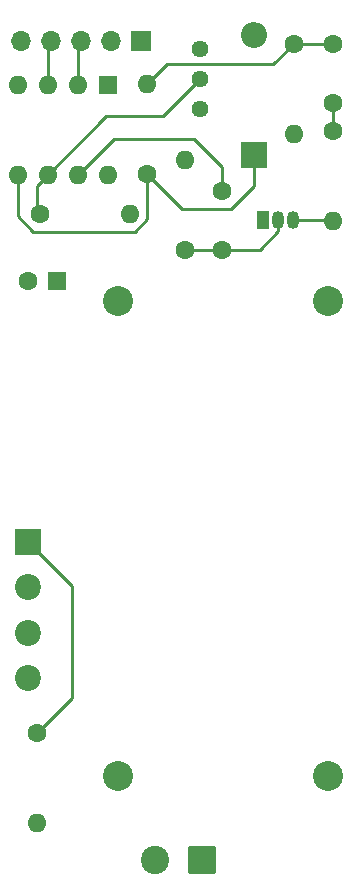
<source format=gtl>
%TF.GenerationSoftware,KiCad,Pcbnew,8.0.7-8.0.7-0~ubuntu22.04.1*%
%TF.CreationDate,2024-12-23T11:54:55+01:00*%
%TF.ProjectId,repeater_v2,72657065-6174-4657-925f-76322e6b6963,rev?*%
%TF.SameCoordinates,Original*%
%TF.FileFunction,Copper,L1,Top*%
%TF.FilePolarity,Positive*%
%FSLAX46Y46*%
G04 Gerber Fmt 4.6, Leading zero omitted, Abs format (unit mm)*
G04 Created by KiCad (PCBNEW 8.0.7-8.0.7-0~ubuntu22.04.1) date 2024-12-23 11:54:55*
%MOMM*%
%LPD*%
G01*
G04 APERTURE LIST*
G04 Aperture macros list*
%AMRoundRect*
0 Rectangle with rounded corners*
0 $1 Rounding radius*
0 $2 $3 $4 $5 $6 $7 $8 $9 X,Y pos of 4 corners*
0 Add a 4 corners polygon primitive as box body*
4,1,4,$2,$3,$4,$5,$6,$7,$8,$9,$2,$3,0*
0 Add four circle primitives for the rounded corners*
1,1,$1+$1,$2,$3*
1,1,$1+$1,$4,$5*
1,1,$1+$1,$6,$7*
1,1,$1+$1,$8,$9*
0 Add four rect primitives between the rounded corners*
20,1,$1+$1,$2,$3,$4,$5,0*
20,1,$1+$1,$4,$5,$6,$7,0*
20,1,$1+$1,$6,$7,$8,$9,0*
20,1,$1+$1,$8,$9,$2,$3,0*%
G04 Aperture macros list end*
%TA.AperFunction,ComponentPad*%
%ADD10C,1.600000*%
%TD*%
%TA.AperFunction,ComponentPad*%
%ADD11O,1.600000X1.600000*%
%TD*%
%TA.AperFunction,ComponentPad*%
%ADD12R,1.700000X1.700000*%
%TD*%
%TA.AperFunction,ComponentPad*%
%ADD13O,1.700000X1.700000*%
%TD*%
%TA.AperFunction,ComponentPad*%
%ADD14R,2.200000X2.200000*%
%TD*%
%TA.AperFunction,ComponentPad*%
%ADD15O,2.200000X2.200000*%
%TD*%
%TA.AperFunction,ComponentPad*%
%ADD16C,1.440000*%
%TD*%
%TA.AperFunction,ComponentPad*%
%ADD17R,1.050000X1.500000*%
%TD*%
%TA.AperFunction,ComponentPad*%
%ADD18O,1.050000X1.500000*%
%TD*%
%TA.AperFunction,ComponentPad*%
%ADD19R,1.600000X1.600000*%
%TD*%
%TA.AperFunction,ComponentPad*%
%ADD20C,2.540000*%
%TD*%
%TA.AperFunction,ComponentPad*%
%ADD21C,2.200000*%
%TD*%
%TA.AperFunction,ComponentPad*%
%ADD22RoundRect,0.250001X0.949999X0.949999X-0.949999X0.949999X-0.949999X-0.949999X0.949999X-0.949999X0*%
%TD*%
%TA.AperFunction,ComponentPad*%
%ADD23C,2.400000*%
%TD*%
%TA.AperFunction,Conductor*%
%ADD24C,0.250000*%
%TD*%
G04 APERTURE END LIST*
D10*
%TO.P,C2,1*%
%TO.N,Net-(U1-PB2)*%
X55669346Y-40269213D03*
%TO.P,C2,2*%
%TO.N,Net-(Q1-B)*%
X55669346Y-45269213D03*
%TD*%
%TO.P,C1,1*%
%TO.N,Net-(D1-+)*%
X65037233Y-32852856D03*
%TO.P,C1,2*%
%TO.N,Net-(C1-Pad2)*%
X65037233Y-27852856D03*
%TD*%
%TO.P,R4,1*%
%TO.N,Net-(D1-+)*%
X65031734Y-35190000D03*
D11*
%TO.P,R4,2*%
%TO.N,Net-(Q1-C)*%
X65031734Y-42810000D03*
%TD*%
D12*
%TO.P,J2,1,Pin_1*%
%TO.N,+5V*%
X48787370Y-27592601D03*
D13*
%TO.P,J2,2,Pin_2*%
%TO.N,GND*%
X46247370Y-27592601D03*
%TO.P,J2,3,Pin_3*%
%TO.N,UART TX*%
X43707370Y-27592601D03*
%TO.P,J2,4,Pin_4*%
%TO.N,UART RX*%
X41167370Y-27592601D03*
%TO.P,J2,5,Pin_5*%
%TO.N,unconnected-(J2-Pin_5-Pad5)*%
X38627370Y-27592601D03*
%TD*%
D14*
%TO.P,D3,1,K*%
%TO.N,Net-(D3-K)*%
X58376591Y-37205214D03*
D15*
%TO.P,D3,2,A*%
%TO.N,GND*%
X58376591Y-27045214D03*
%TD*%
D16*
%TO.P,RV1,1,1*%
%TO.N,+5V*%
X53823273Y-28247157D03*
%TO.P,RV1,2,2*%
%TO.N,REF VOLTAGE*%
X53823273Y-30787157D03*
%TO.P,RV1,3,3*%
%TO.N,unconnected-(RV1-Pad3)*%
X53823273Y-33327157D03*
%TD*%
D10*
%TO.P,R1,1*%
%TO.N,Net-(D1-+)*%
X40000000Y-86190000D03*
D11*
%TO.P,R1,2*%
%TO.N,Net-(IN1-Pin_1)*%
X40000000Y-93810000D03*
%TD*%
D17*
%TO.P,Q1,1,E*%
%TO.N,GND*%
X59137509Y-42719059D03*
D18*
%TO.P,Q1,2,B*%
%TO.N,Net-(Q1-B)*%
X60407509Y-42719059D03*
%TO.P,Q1,3,C*%
%TO.N,Net-(Q1-C)*%
X61677509Y-42719059D03*
%TD*%
D19*
%TO.P,C3,1*%
%TO.N,+5V*%
X41700494Y-47941934D03*
D10*
%TO.P,C3,2*%
%TO.N,GND*%
X39200494Y-47941934D03*
%TD*%
%TO.P,R2,1*%
%TO.N,Net-(C1-Pad2)*%
X61778891Y-27808645D03*
D11*
%TO.P,R2,2*%
%TO.N,GND*%
X61778891Y-35428645D03*
%TD*%
D10*
%TO.P,R6,1*%
%TO.N,Net-(Q1-B)*%
X52500000Y-45260066D03*
D11*
%TO.P,R6,2*%
%TO.N,GND*%
X52500000Y-37640066D03*
%TD*%
D10*
%TO.P,R3,1*%
%TO.N,Net-(D3-K)*%
X49321573Y-38885597D03*
D11*
%TO.P,R3,2*%
%TO.N,Net-(C1-Pad2)*%
X49321573Y-31265597D03*
%TD*%
D10*
%TO.P,R5,1*%
%TO.N,REF VOLTAGE*%
X40233203Y-42215530D03*
D11*
%TO.P,R5,2*%
%TO.N,GND*%
X47853203Y-42215530D03*
%TD*%
D20*
%TO.P,IN+,1*%
%TO.N,Net-(J3-Pin_1)*%
X46840533Y-89832977D03*
%TO.P,IN+,2*%
%TO.N,GND*%
X64620533Y-89832977D03*
%TO.P,IN+,3*%
X64620533Y-49602977D03*
%TO.P,IN+,4*%
%TO.N,+5V*%
X46835489Y-49593646D03*
%TD*%
D14*
%TO.P,D1,1,+*%
%TO.N,Net-(D1-+)*%
X39269119Y-69996698D03*
D21*
%TO.P,D1,2*%
%TO.N,Net-(J1-Pin_1)*%
X39269119Y-73846698D03*
%TO.P,D1,3*%
%TO.N,Net-(J1-Pin_2)*%
X39269119Y-77696698D03*
%TO.P,D1,4,-*%
%TO.N,GND*%
X39269119Y-81546698D03*
%TD*%
D22*
%TO.P,J1,1,Pin_1*%
%TO.N,Net-(J1-Pin_1)*%
X53974922Y-96978417D03*
D23*
%TO.P,J1,2,Pin_2*%
%TO.N,Net-(J1-Pin_2)*%
X50014922Y-96978417D03*
%TD*%
D19*
%TO.P,U1,1,~{RESET}/PB5*%
%TO.N,unconnected-(U1-~{RESET}{slash}PB5-Pad1)*%
X45996719Y-31312570D03*
D11*
%TO.P,U1,2,XTAL1/PB3*%
%TO.N,UART TX*%
X43456719Y-31312570D03*
%TO.P,U1,3,XTAL2/PB4*%
%TO.N,UART RX*%
X40916719Y-31312570D03*
%TO.P,U1,4,GND*%
%TO.N,GND*%
X38376719Y-31312570D03*
%TO.P,U1,5,AREF/PB0*%
%TO.N,Net-(D3-K)*%
X38376719Y-38932570D03*
%TO.P,U1,6,PB1*%
%TO.N,REF VOLTAGE*%
X40916719Y-38932570D03*
%TO.P,U1,7,PB2*%
%TO.N,Net-(U1-PB2)*%
X43456719Y-38932570D03*
%TO.P,U1,8,VCC*%
%TO.N,+5V*%
X45996719Y-38932570D03*
%TD*%
D24*
%TO.N,Net-(D1-+)*%
X43000000Y-83190000D02*
X40000000Y-86190000D01*
X39269119Y-69996698D02*
X43000000Y-73727579D01*
X43000000Y-73727579D02*
X43000000Y-83190000D01*
X65037233Y-32852856D02*
X65037233Y-35184501D01*
%TO.N,UART TX*%
X43456719Y-31312570D02*
X43456719Y-27843252D01*
%TO.N,UART RX*%
X40916719Y-31312570D02*
X40916719Y-27843252D01*
%TO.N,Net-(Q1-B)*%
X58857355Y-45269213D02*
X60407509Y-43719059D01*
X60407509Y-43719059D02*
X60407509Y-42719059D01*
X52500000Y-45260066D02*
X55660199Y-45260066D01*
X55669346Y-45269213D02*
X58857355Y-45269213D01*
%TO.N,Net-(Q1-C)*%
X61677509Y-42719059D02*
X64940793Y-42719059D01*
%TO.N,REF VOLTAGE*%
X50639124Y-33971306D02*
X53823273Y-30787157D01*
X40000000Y-39849289D02*
X40916719Y-38932570D01*
X40916719Y-38932570D02*
X45877983Y-33971306D01*
X45877983Y-33971306D02*
X50639124Y-33971306D01*
X40000000Y-41912829D02*
X40000000Y-39849289D01*
%TO.N,Net-(U1-PB2)*%
X46481339Y-35907950D02*
X53330874Y-35907950D01*
X53330874Y-35907950D02*
X55669346Y-38246422D01*
X55669346Y-38246422D02*
X55669346Y-40269213D01*
X43456719Y-38932570D02*
X46481339Y-35907950D01*
%TO.N,Net-(C1-Pad2)*%
X60014887Y-29572649D02*
X51014521Y-29572649D01*
X65037233Y-27852856D02*
X61823102Y-27852856D01*
X51014521Y-29572649D02*
X49321573Y-31265597D01*
X61778891Y-27808645D02*
X60014887Y-29572649D01*
%TO.N,Net-(D3-K)*%
X38376719Y-42449368D02*
X39687106Y-43759755D01*
X58376591Y-39853974D02*
X56426833Y-41803732D01*
X38376719Y-38932570D02*
X38376719Y-42449368D01*
X56426833Y-41803732D02*
X52239708Y-41803732D01*
X52239708Y-41803732D02*
X49321573Y-38885597D01*
X49321573Y-42696203D02*
X49321573Y-38885597D01*
X39687106Y-43759755D02*
X48258021Y-43759755D01*
X48258021Y-43759755D02*
X49321573Y-42696203D01*
X58376591Y-37205214D02*
X58376591Y-39853974D01*
%TD*%
M02*

</source>
